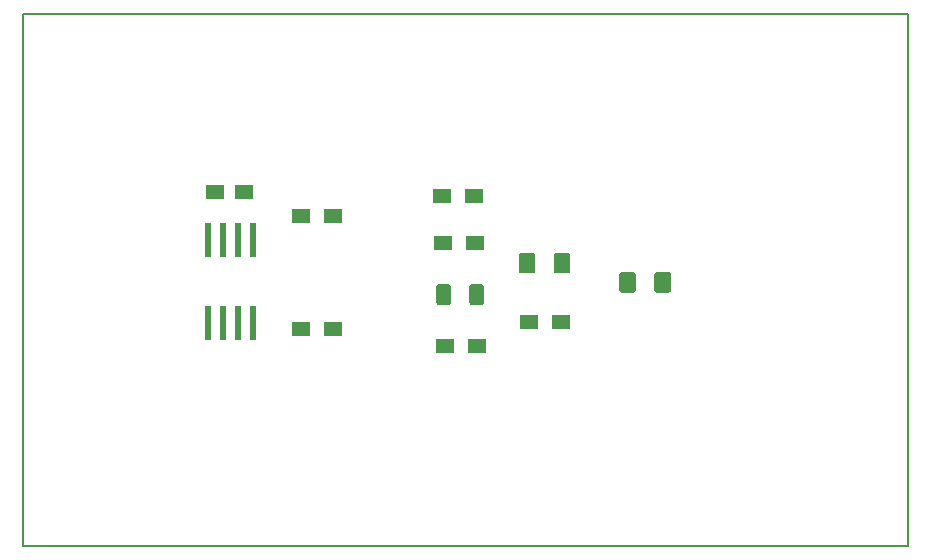
<source format=gtp>
G04 #@! TF.GenerationSoftware,KiCad,Pcbnew,(5.1.4)-1*
G04 #@! TF.CreationDate,2020-10-15T08:41:29-04:00*
G04 #@! TF.ProjectId,i2c_pancake,6932635f-7061-46e6-9361-6b652e6b6963,rev?*
G04 #@! TF.SameCoordinates,Original*
G04 #@! TF.FileFunction,Paste,Top*
G04 #@! TF.FilePolarity,Positive*
%FSLAX46Y46*%
G04 Gerber Fmt 4.6, Leading zero omitted, Abs format (unit mm)*
G04 Created by KiCad (PCBNEW (5.1.4)-1) date 2020-10-15 08:41:29*
%MOMM*%
%LPD*%
G04 APERTURE LIST*
%ADD10C,0.150000*%
%ADD11C,0.100000*%
%ADD12C,1.250000*%
%ADD13C,1.425000*%
%ADD14R,1.500000X1.250000*%
%ADD15R,1.500000X1.300000*%
%ADD16R,0.600000X3.000000*%
G04 APERTURE END LIST*
D10*
X89662000Y-134239000D02*
X164554000Y-134239000D01*
X89662000Y-89253000D02*
X164554000Y-89253000D01*
X164554000Y-89253000D02*
X164554000Y-134239000D01*
X89662000Y-89253000D02*
X89662000Y-134239000D01*
D11*
G36*
X125669304Y-112105404D02*
G01*
X125693573Y-112109004D01*
X125717371Y-112114965D01*
X125740471Y-112123230D01*
X125762649Y-112133720D01*
X125783693Y-112146333D01*
X125803398Y-112160947D01*
X125821577Y-112177423D01*
X125838053Y-112195602D01*
X125852667Y-112215307D01*
X125865280Y-112236351D01*
X125875770Y-112258529D01*
X125884035Y-112281629D01*
X125889996Y-112305427D01*
X125893596Y-112329696D01*
X125894800Y-112354200D01*
X125894800Y-113604200D01*
X125893596Y-113628704D01*
X125889996Y-113652973D01*
X125884035Y-113676771D01*
X125875770Y-113699871D01*
X125865280Y-113722049D01*
X125852667Y-113743093D01*
X125838053Y-113762798D01*
X125821577Y-113780977D01*
X125803398Y-113797453D01*
X125783693Y-113812067D01*
X125762649Y-113824680D01*
X125740471Y-113835170D01*
X125717371Y-113843435D01*
X125693573Y-113849396D01*
X125669304Y-113852996D01*
X125644800Y-113854200D01*
X124894800Y-113854200D01*
X124870296Y-113852996D01*
X124846027Y-113849396D01*
X124822229Y-113843435D01*
X124799129Y-113835170D01*
X124776951Y-113824680D01*
X124755907Y-113812067D01*
X124736202Y-113797453D01*
X124718023Y-113780977D01*
X124701547Y-113762798D01*
X124686933Y-113743093D01*
X124674320Y-113722049D01*
X124663830Y-113699871D01*
X124655565Y-113676771D01*
X124649604Y-113652973D01*
X124646004Y-113628704D01*
X124644800Y-113604200D01*
X124644800Y-112354200D01*
X124646004Y-112329696D01*
X124649604Y-112305427D01*
X124655565Y-112281629D01*
X124663830Y-112258529D01*
X124674320Y-112236351D01*
X124686933Y-112215307D01*
X124701547Y-112195602D01*
X124718023Y-112177423D01*
X124736202Y-112160947D01*
X124755907Y-112146333D01*
X124776951Y-112133720D01*
X124799129Y-112123230D01*
X124822229Y-112114965D01*
X124846027Y-112109004D01*
X124870296Y-112105404D01*
X124894800Y-112104200D01*
X125644800Y-112104200D01*
X125669304Y-112105404D01*
X125669304Y-112105404D01*
G37*
D12*
X125269800Y-112979200D03*
D11*
G36*
X128469304Y-112105404D02*
G01*
X128493573Y-112109004D01*
X128517371Y-112114965D01*
X128540471Y-112123230D01*
X128562649Y-112133720D01*
X128583693Y-112146333D01*
X128603398Y-112160947D01*
X128621577Y-112177423D01*
X128638053Y-112195602D01*
X128652667Y-112215307D01*
X128665280Y-112236351D01*
X128675770Y-112258529D01*
X128684035Y-112281629D01*
X128689996Y-112305427D01*
X128693596Y-112329696D01*
X128694800Y-112354200D01*
X128694800Y-113604200D01*
X128693596Y-113628704D01*
X128689996Y-113652973D01*
X128684035Y-113676771D01*
X128675770Y-113699871D01*
X128665280Y-113722049D01*
X128652667Y-113743093D01*
X128638053Y-113762798D01*
X128621577Y-113780977D01*
X128603398Y-113797453D01*
X128583693Y-113812067D01*
X128562649Y-113824680D01*
X128540471Y-113835170D01*
X128517371Y-113843435D01*
X128493573Y-113849396D01*
X128469304Y-113852996D01*
X128444800Y-113854200D01*
X127694800Y-113854200D01*
X127670296Y-113852996D01*
X127646027Y-113849396D01*
X127622229Y-113843435D01*
X127599129Y-113835170D01*
X127576951Y-113824680D01*
X127555907Y-113812067D01*
X127536202Y-113797453D01*
X127518023Y-113780977D01*
X127501547Y-113762798D01*
X127486933Y-113743093D01*
X127474320Y-113722049D01*
X127463830Y-113699871D01*
X127455565Y-113676771D01*
X127449604Y-113652973D01*
X127446004Y-113628704D01*
X127444800Y-113604200D01*
X127444800Y-112354200D01*
X127446004Y-112329696D01*
X127449604Y-112305427D01*
X127455565Y-112281629D01*
X127463830Y-112258529D01*
X127474320Y-112236351D01*
X127486933Y-112215307D01*
X127501547Y-112195602D01*
X127518023Y-112177423D01*
X127536202Y-112160947D01*
X127555907Y-112146333D01*
X127576951Y-112133720D01*
X127599129Y-112123230D01*
X127622229Y-112114965D01*
X127646027Y-112109004D01*
X127670296Y-112105404D01*
X127694800Y-112104200D01*
X128444800Y-112104200D01*
X128469304Y-112105404D01*
X128469304Y-112105404D01*
G37*
D12*
X128069800Y-112979200D03*
D11*
G36*
X144301804Y-111064004D02*
G01*
X144326073Y-111067604D01*
X144349871Y-111073565D01*
X144372971Y-111081830D01*
X144395149Y-111092320D01*
X144416193Y-111104933D01*
X144435898Y-111119547D01*
X144454077Y-111136023D01*
X144470553Y-111154202D01*
X144485167Y-111173907D01*
X144497780Y-111194951D01*
X144508270Y-111217129D01*
X144516535Y-111240229D01*
X144522496Y-111264027D01*
X144526096Y-111288296D01*
X144527300Y-111312800D01*
X144527300Y-112562800D01*
X144526096Y-112587304D01*
X144522496Y-112611573D01*
X144516535Y-112635371D01*
X144508270Y-112658471D01*
X144497780Y-112680649D01*
X144485167Y-112701693D01*
X144470553Y-112721398D01*
X144454077Y-112739577D01*
X144435898Y-112756053D01*
X144416193Y-112770667D01*
X144395149Y-112783280D01*
X144372971Y-112793770D01*
X144349871Y-112802035D01*
X144326073Y-112807996D01*
X144301804Y-112811596D01*
X144277300Y-112812800D01*
X143352300Y-112812800D01*
X143327796Y-112811596D01*
X143303527Y-112807996D01*
X143279729Y-112802035D01*
X143256629Y-112793770D01*
X143234451Y-112783280D01*
X143213407Y-112770667D01*
X143193702Y-112756053D01*
X143175523Y-112739577D01*
X143159047Y-112721398D01*
X143144433Y-112701693D01*
X143131820Y-112680649D01*
X143121330Y-112658471D01*
X143113065Y-112635371D01*
X143107104Y-112611573D01*
X143103504Y-112587304D01*
X143102300Y-112562800D01*
X143102300Y-111312800D01*
X143103504Y-111288296D01*
X143107104Y-111264027D01*
X143113065Y-111240229D01*
X143121330Y-111217129D01*
X143131820Y-111194951D01*
X143144433Y-111173907D01*
X143159047Y-111154202D01*
X143175523Y-111136023D01*
X143193702Y-111119547D01*
X143213407Y-111104933D01*
X143234451Y-111092320D01*
X143256629Y-111081830D01*
X143279729Y-111073565D01*
X143303527Y-111067604D01*
X143327796Y-111064004D01*
X143352300Y-111062800D01*
X144277300Y-111062800D01*
X144301804Y-111064004D01*
X144301804Y-111064004D01*
G37*
D13*
X143814800Y-111937800D03*
D11*
G36*
X141326804Y-111064004D02*
G01*
X141351073Y-111067604D01*
X141374871Y-111073565D01*
X141397971Y-111081830D01*
X141420149Y-111092320D01*
X141441193Y-111104933D01*
X141460898Y-111119547D01*
X141479077Y-111136023D01*
X141495553Y-111154202D01*
X141510167Y-111173907D01*
X141522780Y-111194951D01*
X141533270Y-111217129D01*
X141541535Y-111240229D01*
X141547496Y-111264027D01*
X141551096Y-111288296D01*
X141552300Y-111312800D01*
X141552300Y-112562800D01*
X141551096Y-112587304D01*
X141547496Y-112611573D01*
X141541535Y-112635371D01*
X141533270Y-112658471D01*
X141522780Y-112680649D01*
X141510167Y-112701693D01*
X141495553Y-112721398D01*
X141479077Y-112739577D01*
X141460898Y-112756053D01*
X141441193Y-112770667D01*
X141420149Y-112783280D01*
X141397971Y-112793770D01*
X141374871Y-112802035D01*
X141351073Y-112807996D01*
X141326804Y-112811596D01*
X141302300Y-112812800D01*
X140377300Y-112812800D01*
X140352796Y-112811596D01*
X140328527Y-112807996D01*
X140304729Y-112802035D01*
X140281629Y-112793770D01*
X140259451Y-112783280D01*
X140238407Y-112770667D01*
X140218702Y-112756053D01*
X140200523Y-112739577D01*
X140184047Y-112721398D01*
X140169433Y-112701693D01*
X140156820Y-112680649D01*
X140146330Y-112658471D01*
X140138065Y-112635371D01*
X140132104Y-112611573D01*
X140128504Y-112587304D01*
X140127300Y-112562800D01*
X140127300Y-111312800D01*
X140128504Y-111288296D01*
X140132104Y-111264027D01*
X140138065Y-111240229D01*
X140146330Y-111217129D01*
X140156820Y-111194951D01*
X140169433Y-111173907D01*
X140184047Y-111154202D01*
X140200523Y-111136023D01*
X140218702Y-111119547D01*
X140238407Y-111104933D01*
X140259451Y-111092320D01*
X140281629Y-111081830D01*
X140304729Y-111073565D01*
X140328527Y-111067604D01*
X140352796Y-111064004D01*
X140377300Y-111062800D01*
X141302300Y-111062800D01*
X141326804Y-111064004D01*
X141326804Y-111064004D01*
G37*
D13*
X140839800Y-111937800D03*
D14*
X105873800Y-104255600D03*
X108373800Y-104255600D03*
D15*
X127943600Y-108585000D03*
X125243600Y-108585000D03*
X125138200Y-104622600D03*
X127838200Y-104622600D03*
X113200200Y-115925600D03*
X115900200Y-115925600D03*
X113200200Y-106324400D03*
X115900200Y-106324400D03*
X125409600Y-117311200D03*
X128109600Y-117311200D03*
X135221600Y-115330000D03*
X132521600Y-115330000D03*
D16*
X105300400Y-108350200D03*
X106570400Y-108350200D03*
X107840400Y-108350200D03*
X109110400Y-108350200D03*
X109110400Y-115350200D03*
X107840400Y-115350200D03*
X106570400Y-115350200D03*
X105300400Y-115350200D03*
D11*
G36*
X135784804Y-109427004D02*
G01*
X135809073Y-109430604D01*
X135832871Y-109436565D01*
X135855971Y-109444830D01*
X135878149Y-109455320D01*
X135899193Y-109467933D01*
X135918898Y-109482547D01*
X135937077Y-109499023D01*
X135953553Y-109517202D01*
X135968167Y-109536907D01*
X135980780Y-109557951D01*
X135991270Y-109580129D01*
X135999535Y-109603229D01*
X136005496Y-109627027D01*
X136009096Y-109651296D01*
X136010300Y-109675800D01*
X136010300Y-110925800D01*
X136009096Y-110950304D01*
X136005496Y-110974573D01*
X135999535Y-110998371D01*
X135991270Y-111021471D01*
X135980780Y-111043649D01*
X135968167Y-111064693D01*
X135953553Y-111084398D01*
X135937077Y-111102577D01*
X135918898Y-111119053D01*
X135899193Y-111133667D01*
X135878149Y-111146280D01*
X135855971Y-111156770D01*
X135832871Y-111165035D01*
X135809073Y-111170996D01*
X135784804Y-111174596D01*
X135760300Y-111175800D01*
X134835300Y-111175800D01*
X134810796Y-111174596D01*
X134786527Y-111170996D01*
X134762729Y-111165035D01*
X134739629Y-111156770D01*
X134717451Y-111146280D01*
X134696407Y-111133667D01*
X134676702Y-111119053D01*
X134658523Y-111102577D01*
X134642047Y-111084398D01*
X134627433Y-111064693D01*
X134614820Y-111043649D01*
X134604330Y-111021471D01*
X134596065Y-110998371D01*
X134590104Y-110974573D01*
X134586504Y-110950304D01*
X134585300Y-110925800D01*
X134585300Y-109675800D01*
X134586504Y-109651296D01*
X134590104Y-109627027D01*
X134596065Y-109603229D01*
X134604330Y-109580129D01*
X134614820Y-109557951D01*
X134627433Y-109536907D01*
X134642047Y-109517202D01*
X134658523Y-109499023D01*
X134676702Y-109482547D01*
X134696407Y-109467933D01*
X134717451Y-109455320D01*
X134739629Y-109444830D01*
X134762729Y-109436565D01*
X134786527Y-109430604D01*
X134810796Y-109427004D01*
X134835300Y-109425800D01*
X135760300Y-109425800D01*
X135784804Y-109427004D01*
X135784804Y-109427004D01*
G37*
D13*
X135297800Y-110300800D03*
D11*
G36*
X132809804Y-109427004D02*
G01*
X132834073Y-109430604D01*
X132857871Y-109436565D01*
X132880971Y-109444830D01*
X132903149Y-109455320D01*
X132924193Y-109467933D01*
X132943898Y-109482547D01*
X132962077Y-109499023D01*
X132978553Y-109517202D01*
X132993167Y-109536907D01*
X133005780Y-109557951D01*
X133016270Y-109580129D01*
X133024535Y-109603229D01*
X133030496Y-109627027D01*
X133034096Y-109651296D01*
X133035300Y-109675800D01*
X133035300Y-110925800D01*
X133034096Y-110950304D01*
X133030496Y-110974573D01*
X133024535Y-110998371D01*
X133016270Y-111021471D01*
X133005780Y-111043649D01*
X132993167Y-111064693D01*
X132978553Y-111084398D01*
X132962077Y-111102577D01*
X132943898Y-111119053D01*
X132924193Y-111133667D01*
X132903149Y-111146280D01*
X132880971Y-111156770D01*
X132857871Y-111165035D01*
X132834073Y-111170996D01*
X132809804Y-111174596D01*
X132785300Y-111175800D01*
X131860300Y-111175800D01*
X131835796Y-111174596D01*
X131811527Y-111170996D01*
X131787729Y-111165035D01*
X131764629Y-111156770D01*
X131742451Y-111146280D01*
X131721407Y-111133667D01*
X131701702Y-111119053D01*
X131683523Y-111102577D01*
X131667047Y-111084398D01*
X131652433Y-111064693D01*
X131639820Y-111043649D01*
X131629330Y-111021471D01*
X131621065Y-110998371D01*
X131615104Y-110974573D01*
X131611504Y-110950304D01*
X131610300Y-110925800D01*
X131610300Y-109675800D01*
X131611504Y-109651296D01*
X131615104Y-109627027D01*
X131621065Y-109603229D01*
X131629330Y-109580129D01*
X131639820Y-109557951D01*
X131652433Y-109536907D01*
X131667047Y-109517202D01*
X131683523Y-109499023D01*
X131701702Y-109482547D01*
X131721407Y-109467933D01*
X131742451Y-109455320D01*
X131764629Y-109444830D01*
X131787729Y-109436565D01*
X131811527Y-109430604D01*
X131835796Y-109427004D01*
X131860300Y-109425800D01*
X132785300Y-109425800D01*
X132809804Y-109427004D01*
X132809804Y-109427004D01*
G37*
D13*
X132322800Y-110300800D03*
M02*

</source>
